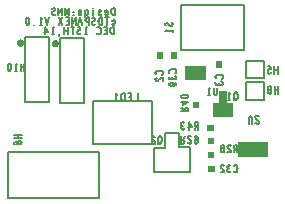
<source format=gbo>
G04 ================== begin FILE IDENTIFICATION RECORD ==================*
G04 Layout Name:  ETDS_PCB_AN_EXTENDED.brd*
G04 Film Name:    SILKSCREEN_BOTTOM*
G04 File Format:  Gerber RS274X*
G04 File Origin:  Cadence Allegro 16.6-S034*
G04 Origin Date:  Mon Dec 15 16:35:35 2014*
G04 *
G04 Layer:  REF DES/SILKSCREEN_BOTTOM*
G04 Layer:  PACKAGE GEOMETRY/SILKSCREEN_BOTTOM*
G04 Layer:  BOARD GEOMETRY/SILKSCREEN_BOTTOM*
G04 *
G04 Offset:    (0.00 0.00)*
G04 Mirror:    No*
G04 Mode:      Positive*
G04 Rotation:  0*
G04 FullContactRelief:  No*
G04 UndefLineWidth:     5.00*
G04 ================== end FILE IDENTIFICATION RECORD ====================*
%FSLAX25Y25*MOIN*%
%IR0*IPPOS*OFA0.00000B0.00000*MIA0B0*SFA1.00000B1.00000*%
%ADD10C,.005*%
G75*
%LPD*%
G75*
G36*
G01X756565Y1701400D02*
G03I-1265J0D01*
G37*
G36*
G01X768165Y1701200D02*
G03I-1265J0D01*
G37*
G36*
G01X800900Y1698300D02*
X802900D01*
Y1696100D01*
X800900D01*
Y1698300D01*
G37*
G36*
G01X814700Y1679650D02*
X812700D01*
Y1681850D01*
X814700D01*
Y1679650D01*
G37*
G36*
G01X817150Y1693850D02*
Y1689050D01*
X810250D01*
Y1693850D01*
X817150D01*
G37*
G36*
G01X805300Y1698300D02*
X807300D01*
Y1696100D01*
X805300D01*
Y1698300D01*
G37*
G36*
G01X827800Y1663400D02*
Y1668400D01*
X837900D01*
Y1663400D01*
X827800D01*
G37*
G36*
G01X820000Y1660400D02*
Y1658400D01*
X817800D01*
Y1660400D01*
X820000D01*
G37*
G36*
G01X819900Y1665000D02*
Y1663000D01*
X817700D01*
Y1665000D01*
X819900D01*
G37*
G36*
G01X824100Y1681600D02*
Y1685300D01*
X821500D01*
Y1681600D01*
X819500D01*
Y1676700D01*
X826000D01*
Y1681600D01*
X824100D01*
G37*
G36*
G01X817600Y1667800D02*
Y1669800D01*
X819800D01*
Y1667800D01*
X817600D01*
G37*
G36*
G01X819700Y1674100D02*
Y1672100D01*
X817500D01*
Y1674100D01*
X819700D01*
G37*
G36*
G01X820400Y1695450D02*
X822400D01*
Y1693250D01*
X820400D01*
Y1695450D01*
G37*
G54D10*
G01X750950Y1665050D02*
X781550D01*
Y1649650D01*
X750950D01*
Y1665050D01*
G01X755650Y1670910D02*
X753150D01*
G01Y1669790D02*
X755650D01*
G01X754400D02*
Y1670910D01*
G01X754608Y1668657D02*
X754317Y1668470D01*
X754150Y1668310D01*
X754067Y1668097D01*
X754150Y1667910D01*
X754317Y1667777D01*
X754567Y1667670D01*
X754858Y1667643D01*
X755108Y1667670D01*
X755358Y1667777D01*
X755567Y1667937D01*
X755650Y1668123D01*
X755567Y1668337D01*
X755317Y1668523D01*
X754942Y1668630D01*
X754525Y1668657D01*
X753983Y1668603D01*
X753692Y1668523D01*
X753400Y1668390D01*
X753192Y1668203D01*
X753150Y1668017D01*
X753233Y1667830D01*
X753442Y1667697D01*
G01X756510Y1692100D02*
Y1694600D01*
G01X755390D02*
Y1692100D01*
G01Y1693350D02*
X756510D01*
G01X753750Y1692100D02*
Y1694600D01*
X754070Y1694100D01*
G01Y1692100D02*
X753430D01*
G01X751550Y1694600D02*
X751763Y1694517D01*
X751923Y1694308D01*
X752030Y1694058D01*
X752110Y1693725D01*
X752137Y1693350D01*
X752110Y1692975D01*
X752030Y1692642D01*
X751923Y1692392D01*
X751763Y1692183D01*
X751550Y1692100D01*
X751337Y1692183D01*
X751177Y1692392D01*
X751070Y1692642D01*
X750990Y1692975D01*
X750963Y1693350D01*
X750990Y1693725D01*
X751070Y1694058D01*
X751177Y1694308D01*
X751337Y1694517D01*
X751550Y1694600D01*
G01X776500Y1703200D02*
Y1681600D01*
X768300D01*
Y1703200D01*
X776500D01*
G01X764900Y1703400D02*
Y1681800D01*
X756700D01*
Y1703400D01*
X764900D01*
G01X786687Y1710700D02*
Y1713200D01*
X786153D01*
X785940Y1713075D01*
X785780Y1712908D01*
X785647Y1712658D01*
X785540Y1712367D01*
X785513Y1711950D01*
X785540Y1711533D01*
X785647Y1711242D01*
X785780Y1710992D01*
X785940Y1710825D01*
X786153Y1710700D01*
X786687D01*
G01X784300Y1711825D02*
X783447D01*
X783527Y1712117D01*
X783660Y1712283D01*
X783847Y1712367D01*
X784033Y1712325D01*
X784193Y1712200D01*
X784300Y1711908D01*
X784353Y1711658D01*
Y1711408D01*
X784300Y1711158D01*
X784167Y1710908D01*
X784007Y1710742D01*
X783820Y1710700D01*
X783633Y1710783D01*
X783447Y1711033D01*
G01X782100Y1710992D02*
X781967Y1710825D01*
X781780Y1710700D01*
X781620D01*
X781460Y1710783D01*
X781353Y1710908D01*
X781300Y1711075D01*
X781327Y1711325D01*
X781433Y1711450D01*
X781913Y1711700D01*
X782020Y1711992D01*
X781967Y1712200D01*
X781860Y1712325D01*
X781700Y1712367D01*
X781540Y1712325D01*
X781380Y1712200D01*
G01X779500Y1712367D02*
Y1710700D01*
G01Y1713033D02*
X779553Y1713075D01*
Y1713158D01*
X779500Y1713200D01*
X779447Y1713158D01*
Y1713075D01*
X779500Y1713033D01*
G01X777673Y1710075D02*
X777487Y1709908D01*
X777273Y1709867D01*
X777087Y1709908D01*
X776927Y1710117D01*
X776820Y1710408D01*
Y1712367D01*
G01Y1712033D02*
X776927Y1712200D01*
X777087Y1712325D01*
X777273Y1712367D01*
X777487Y1712283D01*
X777620Y1712117D01*
X777727Y1711825D01*
X777780Y1711533D01*
X777753Y1711283D01*
X777647Y1710992D01*
X777487Y1710783D01*
X777273Y1710700D01*
X777113Y1710742D01*
X776927Y1710908D01*
X776820Y1711075D01*
G01X775553Y1710700D02*
Y1712367D01*
G01Y1711950D02*
X775447Y1712158D01*
X775287Y1712325D01*
X775073Y1712367D01*
X774887Y1712325D01*
X774727Y1712158D01*
X774647Y1711867D01*
Y1710700D01*
G01X772900Y1710617D02*
X772953Y1710658D01*
Y1710742D01*
X772900Y1710783D01*
X772847Y1710742D01*
Y1710658D01*
X772900Y1710617D01*
G01Y1711742D02*
X772953Y1711783D01*
Y1711867D01*
X772900Y1711908D01*
X772847Y1711867D01*
Y1711783D01*
X772900Y1711742D01*
G01X771393Y1710700D02*
Y1713200D01*
X770700Y1711117D01*
X770007Y1713200D01*
Y1710700D01*
G01X769113D02*
Y1713200D01*
X767887Y1710700D01*
Y1713200D01*
G01X766860Y1711033D02*
X766647Y1710825D01*
X766407Y1710700D01*
X766193D01*
X765980Y1710825D01*
X765820Y1711033D01*
X765740Y1711325D01*
X765793Y1711617D01*
X765927Y1711867D01*
X766167Y1712033D01*
X766487Y1712117D01*
X766673Y1712283D01*
X766753Y1712575D01*
X766700Y1712867D01*
X766567Y1713075D01*
X766380Y1713200D01*
X766193D01*
X766007Y1713117D01*
X765847Y1712908D01*
G01X786387Y1704350D02*
Y1706850D01*
X785853D01*
X785640Y1706725D01*
X785480Y1706558D01*
X785347Y1706308D01*
X785240Y1706017D01*
X785213Y1705600D01*
X785240Y1705183D01*
X785347Y1704892D01*
X785480Y1704642D01*
X785640Y1704475D01*
X785853Y1704350D01*
X786387D01*
G01X783067D02*
X784133D01*
Y1706850D01*
X783067D01*
G01X783493Y1705642D02*
X784133D01*
G01X780813Y1706642D02*
X780973Y1706767D01*
X781160Y1706850D01*
X781373D01*
X781613Y1706725D01*
X781800Y1706517D01*
X781933Y1706267D01*
X782040Y1705850D01*
X782067Y1705475D01*
X782013Y1705100D01*
X781933Y1704850D01*
X781773Y1704600D01*
X781587Y1704433D01*
X781400Y1704350D01*
X781213D01*
X781027Y1704433D01*
X780867Y1704558D01*
X780733Y1704725D01*
G01X777000Y1704350D02*
Y1706850D01*
X777320Y1706350D01*
G01Y1704350D02*
X776680D01*
G01X775387Y1704725D02*
X775227Y1704517D01*
X775040Y1704392D01*
X774800Y1704350D01*
X774560Y1704433D01*
X774373Y1704600D01*
X774240Y1704892D01*
X774213Y1705225D01*
X774267Y1705558D01*
X774400Y1705767D01*
X774587Y1705933D01*
X774773Y1705975D01*
X774960Y1705933D01*
X775200Y1705767D01*
X775120Y1706850D01*
X774400D01*
G01X772600D02*
Y1704350D01*
G01X773213Y1706850D02*
X771987D01*
G01X770960Y1704350D02*
Y1706850D01*
G01X769840D02*
Y1704350D01*
G01Y1705600D02*
X770960D01*
G01X768253Y1703892D02*
X768147Y1704433D01*
G01X766000Y1704350D02*
Y1706850D01*
X766320Y1706350D01*
G01Y1704350D02*
X765680D01*
G01X763480D02*
Y1706850D01*
X764467Y1705058D01*
X763133D01*
G01X786650Y1708625D02*
X785797D01*
X785877Y1708917D01*
X786010Y1709083D01*
X786197Y1709167D01*
X786383Y1709125D01*
X786543Y1709000D01*
X786650Y1708708D01*
X786703Y1708458D01*
Y1708208D01*
X786650Y1707958D01*
X786517Y1707708D01*
X786357Y1707542D01*
X786170Y1707500D01*
X785983Y1707583D01*
X785797Y1707833D01*
G01X784050Y1710000D02*
Y1707500D01*
G01X784663Y1710000D02*
X783437D01*
G01X782437Y1707500D02*
Y1710000D01*
X781903D01*
X781690Y1709875D01*
X781530Y1709708D01*
X781397Y1709458D01*
X781290Y1709167D01*
X781263Y1708750D01*
X781290Y1708333D01*
X781397Y1708042D01*
X781530Y1707792D01*
X781690Y1707625D01*
X781903Y1707500D01*
X782437D01*
G01X780210Y1707833D02*
X779997Y1707625D01*
X779757Y1707500D01*
X779543D01*
X779330Y1707625D01*
X779170Y1707833D01*
X779090Y1708125D01*
X779143Y1708417D01*
X779277Y1708667D01*
X779517Y1708833D01*
X779837Y1708917D01*
X780023Y1709083D01*
X780103Y1709375D01*
X780050Y1709667D01*
X779917Y1709875D01*
X779730Y1710000D01*
X779543D01*
X779357Y1709917D01*
X779197Y1709708D01*
G01X777983Y1707500D02*
Y1710000D01*
X777343D01*
X777130Y1709875D01*
X776970Y1709583D01*
X776917Y1709250D01*
X776970Y1708917D01*
X777103Y1708667D01*
X777343Y1708542D01*
X777983D01*
G01X775917Y1707500D02*
X775250Y1710000D01*
X774583Y1707500D01*
G01X774823Y1708375D02*
X775677D01*
G01X773663Y1707500D02*
Y1710000D01*
X772437Y1707500D01*
Y1710000D01*
G01X770317Y1707500D02*
X771383D01*
Y1710000D01*
X770317D01*
G01X770743Y1708792D02*
X771383D01*
G01X769210Y1707500D02*
X768090Y1710000D01*
G01X769210D02*
X768090Y1707500D01*
G01X764917Y1710000D02*
X764250Y1707500D01*
X763583Y1710000D01*
G01X762050Y1707500D02*
Y1710000D01*
X762370Y1709500D01*
G01Y1707500D02*
X761730D01*
G01X759850Y1707417D02*
X759903Y1707458D01*
Y1707542D01*
X759850Y1707583D01*
X759797Y1707542D01*
Y1707458D01*
X759850Y1707417D01*
G01X757650Y1710000D02*
X757863Y1709917D01*
X758023Y1709708D01*
X758130Y1709458D01*
X758210Y1709125D01*
X758237Y1708750D01*
X758210Y1708375D01*
X758130Y1708042D01*
X758023Y1707792D01*
X757863Y1707583D01*
X757650Y1707500D01*
X757437Y1707583D01*
X757277Y1707792D01*
X757170Y1708042D01*
X757090Y1708375D01*
X757063Y1708750D01*
X757090Y1709125D01*
X757170Y1709458D01*
X757277Y1709708D01*
X757437Y1709917D01*
X757650Y1710000D01*
G01X799150Y1682000D02*
Y1667800D01*
X779350D01*
Y1682000D01*
X799150D01*
G01X808000Y1666700D02*
Y1671500D01*
X803300D01*
Y1666600D01*
X799700D01*
Y1658500D01*
X811700D01*
Y1666700D01*
X808000D01*
G01X794283Y1684700D02*
Y1682200D01*
X793217D01*
G01X791017D02*
X792083D01*
Y1684700D01*
X791017D01*
G01X791443Y1683492D02*
X792083D01*
G01X789937Y1682200D02*
Y1684700D01*
X789403D01*
X789190Y1684575D01*
X789030Y1684408D01*
X788897Y1684158D01*
X788790Y1683867D01*
X788763Y1683450D01*
X788790Y1683033D01*
X788897Y1682742D01*
X789030Y1682492D01*
X789190Y1682325D01*
X789403Y1682200D01*
X789937D01*
G01X787150D02*
Y1684700D01*
X787470Y1684200D01*
G01Y1682200D02*
X786830D01*
G01X801700Y1667900D02*
X801913Y1667942D01*
X802100Y1668108D01*
X802260Y1668358D01*
X802367Y1668650D01*
X802420Y1668983D01*
Y1669317D01*
X802367Y1669650D01*
X802260Y1669942D01*
X802100Y1670192D01*
X801913Y1670358D01*
X801700Y1670400D01*
X801487Y1670358D01*
X801300Y1670192D01*
X801140Y1669942D01*
X801033Y1669650D01*
X800980Y1669317D01*
Y1668983D01*
X801033Y1668650D01*
X801140Y1668358D01*
X801300Y1668108D01*
X801487Y1667942D01*
X801700Y1667900D01*
G01X801487Y1668567D02*
X801167Y1667900D01*
G01X800007Y1669983D02*
X799847Y1670233D01*
X799660Y1670358D01*
X799447Y1670400D01*
X799180Y1670317D01*
X798993Y1670108D01*
X798940Y1669858D01*
X798967Y1669608D01*
X799073Y1669400D01*
X799607Y1668983D01*
X799847Y1668692D01*
X800007Y1668275D01*
X800060Y1667900D01*
X798940D01*
G01X800408Y1691013D02*
X800283Y1691173D01*
X800200Y1691360D01*
Y1691573D01*
X800325Y1691813D01*
X800533Y1692000D01*
X800783Y1692133D01*
X801200Y1692240D01*
X801575Y1692267D01*
X801950Y1692213D01*
X802200Y1692133D01*
X802450Y1691973D01*
X802617Y1691787D01*
X802700Y1691600D01*
Y1691413D01*
X802617Y1691227D01*
X802492Y1691067D01*
X802325Y1690933D01*
G01X800617Y1689907D02*
X800367Y1689747D01*
X800242Y1689560D01*
X800200Y1689347D01*
X800283Y1689080D01*
X800492Y1688893D01*
X800742Y1688840D01*
X800992Y1688867D01*
X801200Y1688973D01*
X801617Y1689507D01*
X801908Y1689747D01*
X802325Y1689907D01*
X802700Y1689960D01*
Y1688840D01*
G01X808867Y1670400D02*
Y1667900D01*
X809533D01*
X809747Y1668025D01*
X809880Y1668192D01*
X809933Y1668525D01*
X809880Y1668858D01*
X809720Y1669067D01*
X809533Y1669192D01*
X808867D01*
G01X809533D02*
X809933Y1670400D01*
G01X811093Y1668317D02*
X811253Y1668067D01*
X811440Y1667942D01*
X811653Y1667900D01*
X811920Y1667983D01*
X812107Y1668192D01*
X812160Y1668442D01*
X812133Y1668692D01*
X812027Y1668900D01*
X811493Y1669317D01*
X811253Y1669608D01*
X811093Y1670025D01*
X811040Y1670400D01*
X812160D01*
G01X813347Y1670108D02*
X813533Y1670317D01*
X813747Y1670400D01*
X813960Y1670317D01*
X814147Y1670067D01*
X814280Y1669692D01*
X814333Y1669317D01*
Y1668858D01*
X814280Y1668483D01*
X814147Y1668150D01*
X813987Y1667983D01*
X813800Y1667900D01*
X813587Y1667983D01*
X813427Y1668150D01*
X813320Y1668400D01*
X813267Y1668733D01*
X813320Y1669025D01*
X813453Y1669317D01*
X813613Y1669483D01*
X813800Y1669525D01*
X814013Y1669442D01*
X814173Y1669233D01*
X814333Y1668858D01*
G01X808700Y1678717D02*
X811200D01*
Y1679383D01*
X811075Y1679597D01*
X810908Y1679730D01*
X810575Y1679783D01*
X810242Y1679730D01*
X810033Y1679570D01*
X809908Y1679383D01*
Y1678717D01*
G01Y1679383D02*
X808700Y1679783D01*
G01Y1681770D02*
X811200D01*
X809408Y1680783D01*
Y1682117D01*
G01X811200Y1683650D02*
X811117Y1683437D01*
X810908Y1683277D01*
X810658Y1683170D01*
X810325Y1683090D01*
X809950Y1683063D01*
X809575Y1683090D01*
X809242Y1683170D01*
X808992Y1683277D01*
X808783Y1683437D01*
X808700Y1683650D01*
X808783Y1683863D01*
X808992Y1684023D01*
X809242Y1684130D01*
X809575Y1684210D01*
X809950Y1684237D01*
X810325Y1684210D01*
X810658Y1684130D01*
X810908Y1684023D01*
X811117Y1683863D01*
X811200Y1683650D01*
G01X814333Y1672600D02*
Y1675100D01*
X813667D01*
X813453Y1674975D01*
X813320Y1674808D01*
X813267Y1674475D01*
X813320Y1674142D01*
X813480Y1673933D01*
X813667Y1673808D01*
X814333D01*
G01X813667D02*
X813267Y1672600D01*
G01X811280D02*
Y1675100D01*
X812267Y1673308D01*
X810933D01*
G01X809987Y1673100D02*
X809827Y1672808D01*
X809613Y1672642D01*
X809373Y1672600D01*
X809160Y1672642D01*
X808947Y1672850D01*
X808813Y1673100D01*
X808787Y1673350D01*
X808840Y1673642D01*
X809027Y1673850D01*
X809213Y1673933D01*
X809453D01*
G01X809213D02*
X809053Y1674058D01*
X808920Y1674267D01*
X808867Y1674517D01*
X808920Y1674767D01*
X809053Y1674975D01*
X809293Y1675100D01*
X809533Y1675058D01*
X809773Y1674892D01*
G01X820837Y1686550D02*
Y1684758D01*
X820730Y1684383D01*
X820517Y1684133D01*
X820250Y1684050D01*
X819983Y1684133D01*
X819770Y1684383D01*
X819663Y1684758D01*
Y1686550D01*
G01X818050Y1684050D02*
Y1686550D01*
X818370Y1686050D01*
G01Y1684050D02*
X817730D01*
G01X804908Y1691513D02*
X804783Y1691673D01*
X804700Y1691860D01*
Y1692073D01*
X804825Y1692313D01*
X805033Y1692500D01*
X805283Y1692633D01*
X805700Y1692740D01*
X806075Y1692767D01*
X806450Y1692713D01*
X806700Y1692633D01*
X806950Y1692473D01*
X807117Y1692287D01*
X807200Y1692100D01*
Y1691913D01*
X807117Y1691727D01*
X806992Y1691567D01*
X806825Y1691433D01*
G01X806700Y1690487D02*
X806992Y1690327D01*
X807158Y1690113D01*
X807200Y1689873D01*
X807158Y1689660D01*
X806950Y1689447D01*
X806700Y1689313D01*
X806450Y1689287D01*
X806158Y1689340D01*
X805950Y1689527D01*
X805867Y1689713D01*
Y1689953D01*
G01Y1689713D02*
X805742Y1689553D01*
X805533Y1689420D01*
X805283Y1689367D01*
X805033Y1689420D01*
X804825Y1689553D01*
X804700Y1689793D01*
X804742Y1690033D01*
X804908Y1690273D01*
G01X806908Y1688153D02*
X807117Y1687967D01*
X807200Y1687753D01*
X807117Y1687540D01*
X806867Y1687353D01*
X806492Y1687220D01*
X806117Y1687167D01*
X805658D01*
X805283Y1687220D01*
X804950Y1687353D01*
X804783Y1687513D01*
X804700Y1687700D01*
X804783Y1687913D01*
X804950Y1688073D01*
X805200Y1688180D01*
X805533Y1688233D01*
X805825Y1688180D01*
X806117Y1688047D01*
X806283Y1687887D01*
X806325Y1687700D01*
X806242Y1687487D01*
X806033Y1687327D01*
X805658Y1687167D01*
G01X805667Y1708310D02*
X805875Y1708097D01*
X806000Y1707857D01*
Y1707643D01*
X805875Y1707430D01*
X805667Y1707270D01*
X805375Y1707190D01*
X805083Y1707243D01*
X804833Y1707377D01*
X804667Y1707617D01*
X804583Y1707937D01*
X804417Y1708123D01*
X804125Y1708203D01*
X803833Y1708150D01*
X803625Y1708017D01*
X803500Y1707830D01*
Y1707643D01*
X803583Y1707457D01*
X803792Y1707297D01*
G01X806000Y1705550D02*
X803500D01*
X804000Y1705870D01*
G01X806000D02*
Y1705230D01*
G01X808900Y1714100D02*
X829900D01*
Y1699000D01*
X808900D01*
Y1714100D01*
G01X826363Y1660592D02*
X826523Y1660717D01*
X826710Y1660800D01*
X826923D01*
X827163Y1660675D01*
X827350Y1660467D01*
X827483Y1660217D01*
X827590Y1659800D01*
X827617Y1659425D01*
X827563Y1659050D01*
X827483Y1658800D01*
X827323Y1658550D01*
X827137Y1658383D01*
X826950Y1658300D01*
X826763D01*
X826577Y1658383D01*
X826417Y1658508D01*
X826283Y1658675D01*
G01X825337Y1658800D02*
X825177Y1658508D01*
X824963Y1658342D01*
X824723Y1658300D01*
X824510Y1658342D01*
X824297Y1658550D01*
X824163Y1658800D01*
X824137Y1659050D01*
X824190Y1659342D01*
X824377Y1659550D01*
X824563Y1659633D01*
X824803D01*
G01X824563D02*
X824403Y1659758D01*
X824270Y1659967D01*
X824217Y1660217D01*
X824270Y1660467D01*
X824403Y1660675D01*
X824643Y1660800D01*
X824883Y1660758D01*
X825123Y1660592D01*
G01X823057Y1660383D02*
X822897Y1660633D01*
X822710Y1660758D01*
X822497Y1660800D01*
X822230Y1660717D01*
X822043Y1660508D01*
X821990Y1660258D01*
X822017Y1660008D01*
X822123Y1659800D01*
X822657Y1659383D01*
X822897Y1659092D01*
X823057Y1658675D01*
X823110Y1658300D01*
X821990D01*
G01X827533Y1665000D02*
Y1667500D01*
X826867D01*
X826653Y1667375D01*
X826520Y1667208D01*
X826467Y1666875D01*
X826520Y1666542D01*
X826680Y1666333D01*
X826867Y1666208D01*
X827533D01*
G01X826867D02*
X826467Y1665000D01*
G01X825307Y1667083D02*
X825147Y1667333D01*
X824960Y1667458D01*
X824747Y1667500D01*
X824480Y1667417D01*
X824293Y1667208D01*
X824240Y1666958D01*
X824267Y1666708D01*
X824373Y1666500D01*
X824907Y1666083D01*
X825147Y1665792D01*
X825307Y1665375D01*
X825360Y1665000D01*
X824240D01*
G01X822600D02*
X822413Y1665042D01*
X822200Y1665167D01*
X822067Y1665375D01*
X822013Y1665667D01*
X822067Y1665958D01*
X822227Y1666208D01*
X822467Y1666333D01*
X822733D01*
X822893Y1666417D01*
X823027Y1666625D01*
X823080Y1666917D01*
X823000Y1667208D01*
X822813Y1667417D01*
X822600Y1667500D01*
X822387Y1667417D01*
X822200Y1667208D01*
X822120Y1666917D01*
X822173Y1666625D01*
X822307Y1666417D01*
X822467Y1666333D01*
X822733D01*
X822973Y1666208D01*
X823133Y1665958D01*
X823187Y1665667D01*
X823133Y1665375D01*
X823000Y1665167D01*
X822787Y1665042D01*
X822600Y1665000D01*
G01X831313Y1674500D02*
Y1676292D01*
X831420Y1676667D01*
X831633Y1676917D01*
X831900Y1677000D01*
X832167Y1676917D01*
X832380Y1676667D01*
X832487Y1676292D01*
Y1674500D01*
G01X833593Y1674917D02*
X833753Y1674667D01*
X833940Y1674542D01*
X834153Y1674500D01*
X834420Y1674583D01*
X834607Y1674792D01*
X834660Y1675042D01*
X834633Y1675292D01*
X834527Y1675500D01*
X833993Y1675917D01*
X833753Y1676208D01*
X833593Y1676625D01*
X833540Y1677000D01*
X834660D01*
G01X827000Y1682500D02*
X827213Y1682542D01*
X827400Y1682708D01*
X827560Y1682958D01*
X827667Y1683250D01*
X827720Y1683583D01*
Y1683917D01*
X827667Y1684250D01*
X827560Y1684542D01*
X827400Y1684792D01*
X827213Y1684958D01*
X827000Y1685000D01*
X826787Y1684958D01*
X826600Y1684792D01*
X826440Y1684542D01*
X826333Y1684250D01*
X826280Y1683917D01*
Y1683583D01*
X826333Y1683250D01*
X826440Y1682958D01*
X826600Y1682708D01*
X826787Y1682542D01*
X827000Y1682500D01*
G01X826787Y1683167D02*
X826467Y1682500D01*
G01X824800D02*
Y1685000D01*
X825120Y1684500D01*
G01Y1682500D02*
X824480D01*
G01X820408Y1689663D02*
X820283Y1689823D01*
X820200Y1690010D01*
Y1690223D01*
X820325Y1690463D01*
X820533Y1690650D01*
X820783Y1690783D01*
X821200Y1690890D01*
X821575Y1690917D01*
X821950Y1690863D01*
X822200Y1690783D01*
X822450Y1690623D01*
X822617Y1690437D01*
X822700Y1690250D01*
Y1690063D01*
X822617Y1689877D01*
X822492Y1689717D01*
X822325Y1689583D01*
G01X822200Y1688637D02*
X822492Y1688477D01*
X822658Y1688263D01*
X822700Y1688023D01*
X822658Y1687810D01*
X822450Y1687597D01*
X822200Y1687463D01*
X821950Y1687437D01*
X821658Y1687490D01*
X821450Y1687677D01*
X821367Y1687863D01*
Y1688103D01*
G01Y1687863D02*
X821242Y1687703D01*
X821033Y1687570D01*
X820783Y1687517D01*
X820533Y1687570D01*
X820325Y1687703D01*
X820200Y1687943D01*
X820242Y1688183D01*
X820408Y1688423D01*
G01X836350Y1688300D02*
Y1682500D01*
X830550D01*
Y1688300D01*
X836350D01*
G01Y1695500D02*
Y1689700D01*
X830550D01*
Y1695500D01*
X836350D01*
G01X841060Y1684600D02*
Y1687100D01*
G01X839940D02*
Y1684600D01*
G01Y1685850D02*
X841060D01*
G01X838300Y1684600D02*
X838113Y1684642D01*
X837900Y1684767D01*
X837767Y1684975D01*
X837713Y1685267D01*
X837767Y1685558D01*
X837927Y1685808D01*
X838167Y1685933D01*
X838433D01*
X838593Y1686017D01*
X838727Y1686225D01*
X838780Y1686517D01*
X838700Y1686808D01*
X838513Y1687017D01*
X838300Y1687100D01*
X838087Y1687017D01*
X837900Y1686808D01*
X837820Y1686517D01*
X837873Y1686225D01*
X838007Y1686017D01*
X838167Y1685933D01*
X838433D01*
X838673Y1685808D01*
X838833Y1685558D01*
X838887Y1685267D01*
X838833Y1684975D01*
X838700Y1684767D01*
X838487Y1684642D01*
X838300Y1684600D01*
G01X841010Y1691250D02*
Y1693750D01*
G01X839890D02*
Y1691250D01*
G01Y1692500D02*
X841010D01*
G01X838837Y1691625D02*
X838677Y1691417D01*
X838490Y1691292D01*
X838250Y1691250D01*
X838010Y1691333D01*
X837823Y1691500D01*
X837690Y1691792D01*
X837663Y1692125D01*
X837717Y1692458D01*
X837850Y1692667D01*
X838037Y1692833D01*
X838223Y1692875D01*
X838410Y1692833D01*
X838650Y1692667D01*
X838570Y1693750D01*
X837850D01*
M02*

</source>
